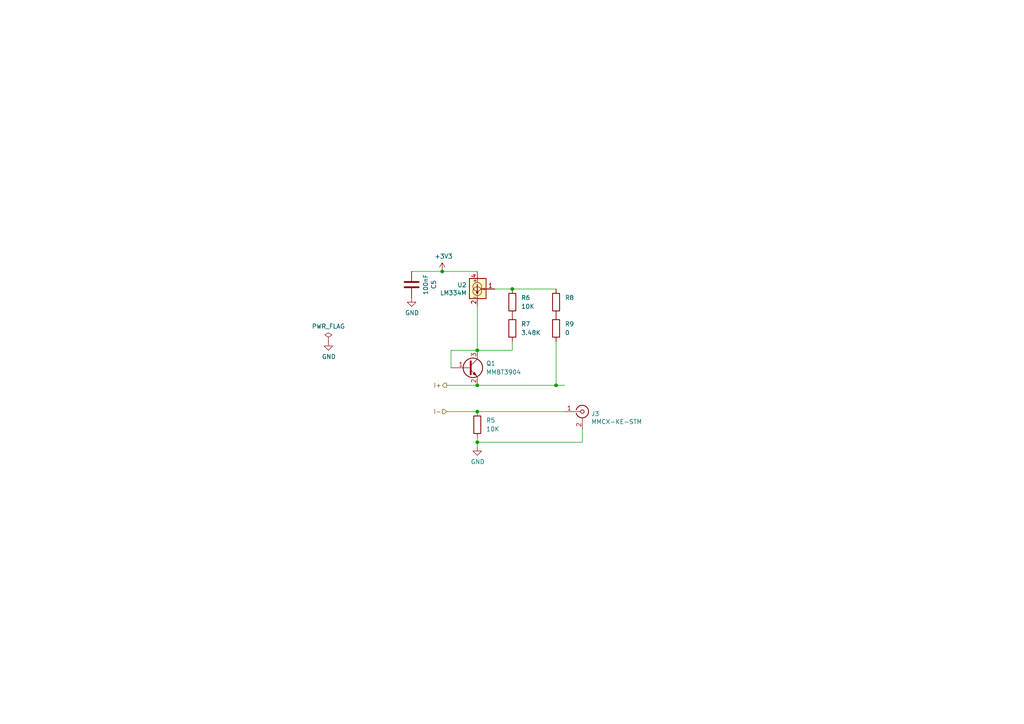
<source format=kicad_sch>
(kicad_sch (version 20211123) (generator eeschema)
  (paper "A4")
  (lib_symbols
    (symbol "0JLC-6:100nF" (pin_numbers hide) (pin_names (offset 0.254))
      (property "Reference" "C" (at 0.635 2.54 0))
      (property "Value" "100nF" (at 0.635 -2.54 0))
      (symbol "100nF_0_1"
        (polyline (pts (xy -2.032 -0.762) (xy 2.032 -0.762)) (stroke (width 0.508)))
        (polyline (pts (xy -2.032 0.762) (xy 2.032 0.762)) (stroke (width 0.508)))
      )
      (symbol "100nF_1_1"
        (pin passive line (at 0 3.81 270) (length 2.794) (name "~") (number "1"))
        (pin passive line (at 0 -3.81 90) (length 2.794) (name "~") (number "2"))
      )
    )
    (symbol "0JLC-6:MMCX-KE-STM" (pin_names (offset 1.016) hide)
      (property "Reference" "J" (at 0.254 3.048 0))
      (property "Value" "MMCX-KE-STM" (at 2.921 0 90))
      (symbol "MMCX-KE-STM_0_1"
        (arc (start -1.778 -0.508) (mid 0.2311 -1.8066) (end 1.778 0) (stroke (width 0.254)))
        (polyline (pts (xy -2.54 0) (xy -0.508 0)))
        (polyline (pts (xy 0 -2.54) (xy 0 -1.778)))
        (circle (center 0 0) (radius 0.508) (stroke (width 0.2032)))
        (arc (start 1.778 0) (mid 0.2099 1.8101) (end -1.778 0.508) (stroke (width 0.254)))
      )
      (symbol "MMCX-KE-STM_1_1"
        (pin passive line (at -5.08 0 0) (length 2.54) (name "In") (number "1"))
        (pin passive line (at 0 -5.08 90) (length 2.54) (name "Ext") (number "2"))
      )
    )
    (symbol "0JLC-6:R" (pin_numbers hide) (pin_names (offset 0))
      (property "Reference" "R" (at 2.032 0 90))
      (property "Value" "R" (at 0 0 90))
      (symbol "R_0_1"
        (rectangle (start -1.016 -2.54) (end 1.016 2.54) (stroke (width 0.254)))
      )
      (symbol "R_1_1"
        (pin passive line (at 0 3.81 270) (length 1.27) (name "~") (number "1"))
        (pin passive line (at 0 -3.81 90) (length 1.27) (name "~") (number "2"))
      )
    )
    (symbol "Reference_Current:LM334M"
      (property "Reference" "U" (at 0.635 6.35 0))
      (property "Value" "LM334M" (at 0.635 4.445 0))
      (symbol "LM334M_0_1"
        (rectangle (start -2.286 3.048) (end 2.54 -2.794) (stroke (width 0.254)) (fill (type background)))
        (circle (center 0 -0.635) (radius 1.27))
        (polyline (pts (xy -1.143 -2.413) (xy -0.381 -2.413)))
        (polyline (pts (xy -1.016 2.413) (xy -0.254 2.413)))
        (polyline (pts (xy -0.635 2.794) (xy -0.635 2.032)))
        (polyline (pts (xy 0 -1.905) (xy 0 -3.175)))
        (polyline (pts (xy 0 1.397) (xy 0 -1.397)) (stroke (width 0.254)))
        (polyline (pts (xy 0 3.81) (xy 0 1.905)))
        (polyline (pts (xy 5.08 0) (xy 1.27 0)))
        (polyline (pts (xy 0 -1.397) (xy -0.254 -0.889) (xy 0.254 -0.889) (xy 0 -1.397)) (stroke (width 0.254)))
        (polyline (pts (xy 1.27 0) (xy 2.159 0.254) (xy 2.159 -0.254) (xy 1.27 0)))
        (circle (center 0 0.635) (radius 1.27))
      )
      (symbol "LM334M_1_1"
        (pin passive line (at 5.08 0 180) (length 2.54) (name "~") (number "1"))
        (pin passive line (at 0 -5.08 90) (length 2.54) (name "~") (number "2"))
        (pin passive line (at 0 -5.08 90) (length 2.54) hide (name "~") (number "3"))
        (pin passive line (at 0 5.08 270) (length 2.54) (name "~") (number "4"))
        (pin passive line (at 0 -5.08 90) (length 2.54) hide (name "~") (number "6"))
        (pin passive line (at 0 -5.08 90) (length 2.54) hide (name "~") (number "7"))
      )
    )
    (symbol "Transistor_BJT:MMBT3904" (pin_names (offset 0) hide)
      (property "Reference" "Q" (at 5.08 1.905 0))
      (property "Value" "MMBT3904" (at 5.08 0 0))
      (symbol "MMBT3904_0_1"
        (polyline (pts (xy 0.635 0.635) (xy 2.54 2.54)))
        (polyline (pts (xy 0.635 -0.635) (xy 2.54 -2.54) (xy 2.54 -2.54)))
        (polyline (pts (xy 0.635 1.905) (xy 0.635 -1.905) (xy 0.635 -1.905)) (stroke (width 0.508)))
        (polyline (pts (xy 1.27 -1.778) (xy 1.778 -1.27) (xy 2.286 -2.286) (xy 1.27 -1.778) (xy 1.27 -1.778)) (fill (type outline)))
        (circle (center 1.27 0) (radius 2.8194) (stroke (width 0.254)))
      )
      (symbol "MMBT3904_1_1"
        (pin input line (at -5.08 0 0) (length 5.715) (name "B") (number "1"))
        (pin passive line (at 2.54 -5.08 90) (length 2.54) (name "E") (number "2"))
        (pin passive line (at 2.54 5.08 270) (length 2.54) (name "C") (number "3"))
      )
    )
    (symbol "power:+3.3V" (power) (pin_names (offset 0))
      (property "Value" "+3.3V" (at 0 3.556 0))
      (symbol "+3.3V_0_1"
        (polyline (pts (xy -0.762 1.27) (xy 0 2.54)))
        (polyline (pts (xy 0 0) (xy 0 2.54)))
        (polyline (pts (xy 0 2.54) (xy 0.762 1.27)))
      )
      (symbol "+3.3V_1_1"
        (pin power_in line (at 0 0 90) (length 0) hide (name "+3V3") (number "1"))
      )
    )
    (symbol "power:GND" (power) (pin_names (offset 0))
      (property "Value" "GND" (at 0 -3.81 0))
      (symbol "GND_0_1"
        (polyline (pts (xy 0 0) (xy 0 -1.27) (xy 1.27 -1.27) (xy 0 -2.54) (xy -1.27 -1.27) (xy 0 -1.27)))
      )
      (symbol "GND_1_1"
        (pin power_in line (at 0 0 270) (length 0) hide (name "GND") (number "1"))
      )
    )
    (symbol "power:PWR_FLAG" (power) (pin_numbers hide) (pin_names (offset 0) hide)
      (property "Value" "PWR_FLAG" (at 0 3.81 0))
      (symbol "PWR_FLAG_0_0"
        (pin power_out line (at 0 0 90) (length 0) (name "pwr") (number "1"))
      )
      (symbol "PWR_FLAG_0_1"
        (polyline (pts (xy 0 0) (xy 0 1.27) (xy -1.016 1.905) (xy 0 2.54) (xy 1.016 1.905) (xy 0 1.27)))
      )
    )
  )
  (junction (at 128.27 78.74))
  (junction (at 148.59 83.82))
  (junction (at 138.43 111.76))
  (junction (at 138.43 128.27))
  (junction (at 138.43 101.6))
  (junction (at 161.29 111.76))
  (junction (at 138.43 119.38))
  (wire (pts (xy 148.59 83.82) (xy 161.29 83.82)))
  (wire (pts (xy 143.51 83.82) (xy 148.59 83.82)))
  (wire (pts (xy 119.38 78.74) (xy 128.27 78.74)))
  (wire (pts (xy 168.91 128.27) (xy 168.91 124.46)))
  (wire (pts (xy 161.29 111.76) (xy 163.83 111.76)))
  (wire (pts (xy 129.54 111.76) (xy 138.43 111.76)))
  (wire (pts (xy 130.81 101.6) (xy 130.81 106.68)))
  (wire (pts (xy 138.43 111.76) (xy 161.29 111.76)))
  (wire (pts (xy 148.59 101.6) (xy 138.43 101.6)))
  (wire (pts (xy 138.43 128.27) (xy 168.91 128.27)))
  (wire (pts (xy 138.43 101.6) (xy 130.81 101.6)))
  (wire (pts (xy 138.43 88.9) (xy 138.43 101.6)))
  (wire (pts (xy 138.43 127) (xy 138.43 128.27)))
  (wire (pts (xy 129.54 119.38) (xy 138.43 119.38)))
  (wire (pts (xy 128.27 78.74) (xy 138.43 78.74)))
  (wire (pts (xy 138.43 128.27) (xy 138.43 129.54)))
  (wire (pts (xy 161.29 99.06) (xy 161.29 111.76)))
  (wire (pts (xy 138.43 119.38) (xy 163.83 119.38)))
  (wire (pts (xy 148.59 99.06) (xy 148.59 101.6)))
  (hierarchical_label "I+" (shape output) (at 129.54 111.76 180))
  (hierarchical_label "I-" (shape input) (at 129.54 119.38 180))
  (symbol (lib_id "power:GND") (at 95.25 99.06 0) (unit 1)
    (property "Reference" "#PWR09" (effects hide))
    (property "Value" "GND" (at 95.377 103.4542 0))
  )
  (symbol (lib_id "power:PWR_FLAG") (at 95.25 99.06 0) (unit 1)
    (property "Reference" "#FLG04" (effects hide))
    (property "Value" "PWR_FLAG" (at 95.25 94.6658 0))
  )
  (symbol (lib_id "Reference_Current:LM334M") (at 138.43 83.82 0) (unit 1)
    (property "Reference" "U2" (at 135.382 82.6516 0) (effects (justify right)))
    (property "Value" "LM334M" (at 135.382 84.963 0) (effects (justify right)))
    (property "Footprint" "Package_SO:SOIC-8_3.9x4.9mm_P1.27mm" (effects hide))
    (property "Datasheet" "http://www.ti.com/lit/ds/symlink/lm134.pdf" (effects hide))
    (property "LCSC" "C7945" (effects hide))
    (property "MPN" "LM334MX/NOPB" (effects hide))
  )
  (symbol (lib_id "power:+3.3V") (at 128.27 78.74 0) (unit 1)
    (property "Reference" "#PWR011" (effects hide))
    (property "Value" "+3.3V" (at 128.651 74.3458 0))
  )
  (symbol (lib_id "power:GND") (at 138.43 129.54 0) (unit 1)
    (property "Reference" "#PWR012" (effects hide))
    (property "Value" "GND" (at 138.557 133.9342 0))
  )
  (symbol (lib_id "0JLC-6:MMCX-KE-STM") (at 168.91 119.38 0) (unit 1)
    (property "Reference" "J3" (at 171.45 120.015 0) (effects (justify left)))
    (property "Value" "MMCX-KE-STM" (at 171.45 122.3264 0) (effects (justify left)))
    (property "Footprint" "0my_footprints6:MMCX-SMD_KH-MMCX-KE-STM" (effects hide))
    (property "Datasheet" " ~" (effects hide))
    (property "LCSC" "C2898970" (effects hide))
    (property "MPN" "KH-MMCX-KE-STM" (effects hide))
  )
  (symbol (lib_id "0JLC-6:100nF") (at 119.38 82.55 180) (unit 1)
    (property "Reference" "C5" (at 125.7808 82.55 90))
    (property "Value" "100nF" (at 123.4694 82.55 90))
    (property "Footprint" "Capacitor_SMD:C_0603_1608Metric_Pad1.08x0.95mm_HandSolder" (effects hide))
    (property "LCSC" "C14663" (effects hide))
    (property "MPN" "CC0603KRX7R9BB104" (effects hide))
  )
  (symbol (lib_id "power:GND") (at 119.38 86.36 0) (unit 1)
    (property "Reference" "#PWR010" (effects hide))
    (property "Value" "GND" (at 119.507 90.7542 0))
  )
  (symbol (lib_id "Transistor_BJT:MMBT3904") (at 135.89 106.68 0) (unit 1)
    (property "Reference" "Q1" (at 140.97 105.4099 0) (effects (justify left)))
    (property "Value" "MMBT3904" (at 140.97 107.9499 0) (effects (justify left)))
    (property "Footprint" "Package_TO_SOT_SMD:SOT-23" (effects hide))
    (property "Datasheet" "https://www.onsemi.com/pub/Collateral/2N3903-D.PDF" (effects hide))
  )
  (symbol (lib_id "0JLC-6:R") (at 138.43 123.19 0) (unit 1)
    (property "Reference" "R5" (at 140.97 121.9199 0) (effects (justify left)))
    (property "Value" "10K" (at 140.97 124.4599 0) (effects (justify left)))
    (property "Footprint" "Resistor_SMD:R_0603_1608Metric_Pad0.98x0.95mm_HandSolder" (effects hide))
    (property "LCSC" "C374378" (effects hide))
  )
  (symbol (lib_id "0JLC-6:R") (at 161.29 95.25 0) (unit 1)
    (property "Reference" "R9" (at 163.83 93.9799 0) (effects (justify left)))
    (property "Value" "0" (at 163.83 96.5199 0) (effects (justify left)))
    (property "Footprint" "Resistor_SMD:R_0603_1608Metric_Pad0.98x0.95mm_HandSolder" (effects hide))
    (property "LCSC" "C21189" (effects hide))
  )
  (symbol (lib_id "0JLC-6:R") (at 148.59 87.63 0) (unit 1)
    (property "Reference" "R6" (at 151.13 86.3599 0) (effects (justify left)))
    (property "Value" "10K" (at 151.13 88.8999 0) (effects (justify left)))
    (property "Footprint" "Resistor_SMD:R_0603_1608Metric_Pad0.98x0.95mm_HandSolder" (effects hide))
    (property "LCSC" "C374378" (effects hide))
  )
  (symbol (lib_id "0JLC-6:R") (at 148.59 95.25 0) (unit 1)
    (property "Reference" "R7" (at 151.13 93.9799 0) (effects (justify left)))
    (property "Value" "3.48K" (at 151.13 96.5199 0) (effects (justify left)))
    (property "Footprint" "Resistor_SMD:R_0402_1005Metric_Pad0.72x0.64mm_HandSolder" (effects hide))
    (property "LCSC" "C2692970" (effects hide))
  )
  (symbol (lib_id "0JLC-6:R") (at 161.29 87.63 0) (unit 1)
    (property "Reference" "R8" (at 163.83 86.3599 0) (effects (justify left)))
    (property "LCSC" "C425388" (effects hide))
  )
)
</source>
